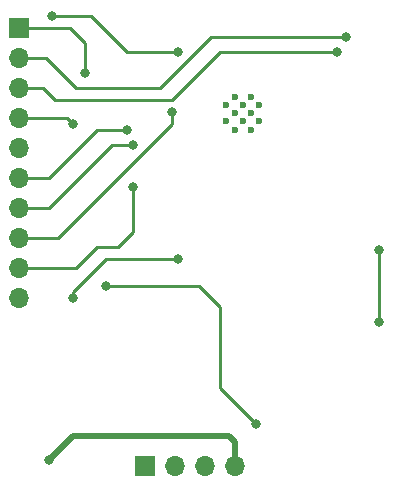
<source format=gbl>
%TF.GenerationSoftware,KiCad,Pcbnew,8.0.9-8.0.9-0~ubuntu20.04.1*%
%TF.CreationDate,2025-05-17T12:19:42+02:00*%
%TF.ProjectId,Buch_ESP32_1_Kap9_ESP_Standard,42756368-5f45-4535-9033-325f315f4b61,rev?*%
%TF.SameCoordinates,Original*%
%TF.FileFunction,Copper,L2,Bot*%
%TF.FilePolarity,Positive*%
%FSLAX46Y46*%
G04 Gerber Fmt 4.6, Leading zero omitted, Abs format (unit mm)*
G04 Created by KiCad (PCBNEW 8.0.9-8.0.9-0~ubuntu20.04.1) date 2025-05-17 12:19:42*
%MOMM*%
%LPD*%
G01*
G04 APERTURE LIST*
%TA.AperFunction,ComponentPad*%
%ADD10R,1.700000X1.700000*%
%TD*%
%TA.AperFunction,ComponentPad*%
%ADD11O,1.700000X1.700000*%
%TD*%
%TA.AperFunction,HeatsinkPad*%
%ADD12C,0.600000*%
%TD*%
%TA.AperFunction,ViaPad*%
%ADD13C,0.800000*%
%TD*%
%TA.AperFunction,Conductor*%
%ADD14C,0.250000*%
%TD*%
%TA.AperFunction,Conductor*%
%ADD15C,0.500000*%
%TD*%
G04 APERTURE END LIST*
D10*
%TO.P,J3,1,Pin_1*%
%TO.N,+5V*%
X146304000Y-130048000D03*
D11*
%TO.P,J3,2,Pin_2*%
%TO.N,USB_N*%
X148844000Y-130048000D03*
%TO.P,J3,3,Pin_3*%
%TO.N,USB_P*%
X151384000Y-130048000D03*
%TO.P,J3,4,Pin_4*%
%TO.N,GND*%
X153924000Y-130048000D03*
%TD*%
D10*
%TO.P,J1,1,Pin_1*%
%TO.N,+3V3*%
X135636000Y-92964000D03*
D11*
%TO.P,J1,2,Pin_2*%
%TO.N,D1*%
X135636000Y-95504000D03*
%TO.P,J1,3,Pin_3*%
%TO.N,D2*%
X135636000Y-98044000D03*
%TO.P,J1,4,Pin_4*%
%TO.N,D3*%
X135636000Y-100584000D03*
%TO.P,J1,5,Pin_5*%
%TO.N,D4*%
X135636000Y-103124000D03*
%TO.P,J1,6,Pin_6*%
%TO.N,D5*%
X135636000Y-105664000D03*
%TO.P,J1,7,Pin_7*%
%TO.N,D6*%
X135636000Y-108204000D03*
%TO.P,J1,8,Pin_8*%
%TO.N,D7*%
X135636000Y-110744000D03*
%TO.P,J1,9,Pin_9*%
%TO.N,D8*%
X135636000Y-113284000D03*
%TO.P,J1,10,Pin_10*%
%TO.N,GND*%
X135636000Y-115824000D03*
%TD*%
D12*
%TO.P,IC2,41,GND*%
%TO.N,GND*%
X153156000Y-99444000D03*
X153156000Y-100844000D03*
X153856000Y-98744000D03*
X153856000Y-100144000D03*
X153856000Y-101544000D03*
X154556000Y-99444000D03*
X154556000Y-100844000D03*
X155256000Y-98744000D03*
X155256000Y-100144000D03*
X155256000Y-101544000D03*
X155956000Y-99444000D03*
X155956000Y-100844000D03*
%TD*%
D13*
%TO.N,+3V3*%
X141224000Y-96774000D03*
%TO.N,EN*%
X143002000Y-114808000D03*
X155702000Y-126492000D03*
%TO.N,GND*%
X138176000Y-129540000D03*
%TO.N,BOOT*%
X166116000Y-111760000D03*
X166116000Y-117856000D03*
%TO.N,D6*%
X145288000Y-102870000D03*
%TO.N,D2*%
X162560000Y-94996000D03*
%TO.N,D7*%
X148590000Y-100076000D03*
%TO.N,D5*%
X144780000Y-101600000D03*
%TO.N,D4*%
X138430000Y-91948000D03*
X149098000Y-94996000D03*
%TO.N,D1*%
X163322000Y-93726000D03*
%TO.N,D3*%
X149098000Y-112522000D03*
X140208000Y-115824000D03*
X140208000Y-101092000D03*
%TO.N,D8*%
X145288000Y-106426000D03*
%TD*%
D14*
%TO.N,+3V3*%
X139954000Y-92964000D02*
X135636000Y-92964000D01*
X141224000Y-96774000D02*
X141224000Y-94234000D01*
X141224000Y-94234000D02*
X139954000Y-92964000D01*
%TO.N,EN*%
X143002000Y-114808000D02*
X150876000Y-114808000D01*
X150876000Y-114808000D02*
X152654000Y-116586000D01*
X152654000Y-123444000D02*
X155702000Y-126492000D01*
X152654000Y-116586000D02*
X152654000Y-123444000D01*
D15*
%TO.N,GND*%
X153924000Y-128016000D02*
X153416000Y-127508000D01*
X153416000Y-127508000D02*
X140208000Y-127508000D01*
X153924000Y-130048000D02*
X153924000Y-128016000D01*
X140208000Y-127508000D02*
X138176000Y-129540000D01*
D14*
%TO.N,BOOT*%
X166116000Y-111760000D02*
X166116000Y-117856000D01*
%TO.N,D6*%
X143510000Y-102870000D02*
X145288000Y-102870000D01*
X135636000Y-108204000D02*
X138176000Y-108204000D01*
X138176000Y-108204000D02*
X143510000Y-102870000D01*
%TO.N,D2*%
X162560000Y-94996000D02*
X152654000Y-94996000D01*
X138684000Y-99060000D02*
X137668000Y-98044000D01*
X152654000Y-94996000D02*
X148590000Y-99060000D01*
X137668000Y-98044000D02*
X135636000Y-98044000D01*
X148590000Y-99060000D02*
X138684000Y-99060000D01*
%TO.N,D7*%
X135636000Y-110744000D02*
X138938000Y-110744000D01*
X148590000Y-101092000D02*
X148590000Y-100076000D01*
X138938000Y-110744000D02*
X148590000Y-101092000D01*
%TO.N,D5*%
X138176000Y-105664000D02*
X135636000Y-105664000D01*
X142240000Y-101600000D02*
X138176000Y-105664000D01*
X144780000Y-101600000D02*
X142240000Y-101600000D01*
%TO.N,D4*%
X141732000Y-91948000D02*
X138430000Y-91948000D01*
X144780000Y-94996000D02*
X141732000Y-91948000D01*
X149098000Y-94996000D02*
X144780000Y-94996000D01*
%TO.N,D1*%
X151892000Y-93726000D02*
X163322000Y-93726000D01*
X147574000Y-98044000D02*
X151892000Y-93726000D01*
X137922000Y-95504000D02*
X140462000Y-98044000D01*
X135636000Y-95504000D02*
X137922000Y-95504000D01*
X140462000Y-98044000D02*
X147574000Y-98044000D01*
%TO.N,D3*%
X140208000Y-115316000D02*
X141986000Y-113538000D01*
X141986000Y-113538000D02*
X143002000Y-112522000D01*
X135636000Y-100584000D02*
X139700000Y-100584000D01*
X140208000Y-115824000D02*
X140208000Y-115316000D01*
X139700000Y-100584000D02*
X140208000Y-101092000D01*
X143002000Y-112522000D02*
X149098000Y-112522000D01*
%TO.N,D8*%
X144018000Y-111506000D02*
X145288000Y-110236000D01*
X142240000Y-111506000D02*
X144018000Y-111506000D01*
X140462000Y-113284000D02*
X142240000Y-111506000D01*
X145288000Y-110236000D02*
X145288000Y-106426000D01*
X135636000Y-113284000D02*
X140462000Y-113284000D01*
%TD*%
M02*

</source>
